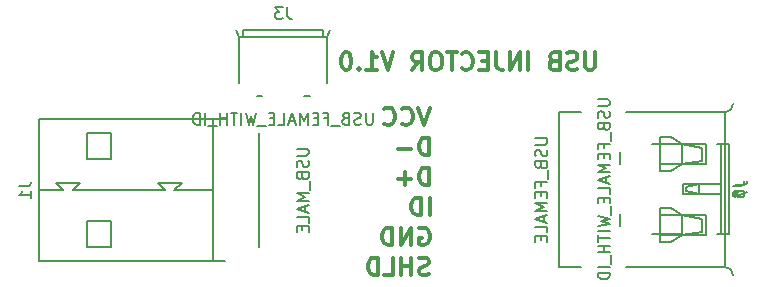
<source format=gbo>
G04 #@! TF.FileFunction,Legend,Bot*
%FSLAX46Y46*%
G04 Gerber Fmt 4.6, Leading zero omitted, Abs format (unit mm)*
G04 Created by KiCad (PCBNEW (2015-01-08 BZR 5360)-product) date 2015-02-07T22:59:37 CET*
%MOMM*%
G01*
G04 APERTURE LIST*
%ADD10C,0.100000*%
%ADD11C,0.300000*%
%ADD12C,0.150000*%
G04 APERTURE END LIST*
D10*
D11*
X92214285Y-61178571D02*
X92214285Y-62392857D01*
X92142857Y-62535714D01*
X92071428Y-62607143D01*
X91928571Y-62678571D01*
X91642857Y-62678571D01*
X91499999Y-62607143D01*
X91428571Y-62535714D01*
X91357142Y-62392857D01*
X91357142Y-61178571D01*
X90714285Y-62607143D02*
X90499999Y-62678571D01*
X90142856Y-62678571D01*
X89999999Y-62607143D01*
X89928570Y-62535714D01*
X89857142Y-62392857D01*
X89857142Y-62250000D01*
X89928570Y-62107143D01*
X89999999Y-62035714D01*
X90142856Y-61964286D01*
X90428570Y-61892857D01*
X90571428Y-61821429D01*
X90642856Y-61750000D01*
X90714285Y-61607143D01*
X90714285Y-61464286D01*
X90642856Y-61321429D01*
X90571428Y-61250000D01*
X90428570Y-61178571D01*
X90071428Y-61178571D01*
X89857142Y-61250000D01*
X88714285Y-61892857D02*
X88499999Y-61964286D01*
X88428571Y-62035714D01*
X88357142Y-62178571D01*
X88357142Y-62392857D01*
X88428571Y-62535714D01*
X88499999Y-62607143D01*
X88642857Y-62678571D01*
X89214285Y-62678571D01*
X89214285Y-61178571D01*
X88714285Y-61178571D01*
X88571428Y-61250000D01*
X88499999Y-61321429D01*
X88428571Y-61464286D01*
X88428571Y-61607143D01*
X88499999Y-61750000D01*
X88571428Y-61821429D01*
X88714285Y-61892857D01*
X89214285Y-61892857D01*
X86571428Y-62678571D02*
X86571428Y-61178571D01*
X85857142Y-62678571D02*
X85857142Y-61178571D01*
X84999999Y-62678571D01*
X84999999Y-61178571D01*
X83857142Y-61178571D02*
X83857142Y-62250000D01*
X83928570Y-62464286D01*
X84071427Y-62607143D01*
X84285713Y-62678571D01*
X84428570Y-62678571D01*
X83142856Y-61892857D02*
X82642856Y-61892857D01*
X82428570Y-62678571D02*
X83142856Y-62678571D01*
X83142856Y-61178571D01*
X82428570Y-61178571D01*
X80928570Y-62535714D02*
X80999999Y-62607143D01*
X81214285Y-62678571D01*
X81357142Y-62678571D01*
X81571427Y-62607143D01*
X81714285Y-62464286D01*
X81785713Y-62321429D01*
X81857142Y-62035714D01*
X81857142Y-61821429D01*
X81785713Y-61535714D01*
X81714285Y-61392857D01*
X81571427Y-61250000D01*
X81357142Y-61178571D01*
X81214285Y-61178571D01*
X80999999Y-61250000D01*
X80928570Y-61321429D01*
X80499999Y-61178571D02*
X79642856Y-61178571D01*
X80071427Y-62678571D02*
X80071427Y-61178571D01*
X78857142Y-61178571D02*
X78571428Y-61178571D01*
X78428570Y-61250000D01*
X78285713Y-61392857D01*
X78214285Y-61678571D01*
X78214285Y-62178571D01*
X78285713Y-62464286D01*
X78428570Y-62607143D01*
X78571428Y-62678571D01*
X78857142Y-62678571D01*
X78999999Y-62607143D01*
X79142856Y-62464286D01*
X79214285Y-62178571D01*
X79214285Y-61678571D01*
X79142856Y-61392857D01*
X78999999Y-61250000D01*
X78857142Y-61178571D01*
X76714284Y-62678571D02*
X77214284Y-61964286D01*
X77571427Y-62678571D02*
X77571427Y-61178571D01*
X76999999Y-61178571D01*
X76857141Y-61250000D01*
X76785713Y-61321429D01*
X76714284Y-61464286D01*
X76714284Y-61678571D01*
X76785713Y-61821429D01*
X76857141Y-61892857D01*
X76999999Y-61964286D01*
X77571427Y-61964286D01*
X75142856Y-61178571D02*
X74642856Y-62678571D01*
X74142856Y-61178571D01*
X72857142Y-62678571D02*
X73714285Y-62678571D01*
X73285713Y-62678571D02*
X73285713Y-61178571D01*
X73428570Y-61392857D01*
X73571428Y-61535714D01*
X73714285Y-61607143D01*
X72214285Y-62535714D02*
X72142857Y-62607143D01*
X72214285Y-62678571D01*
X72285714Y-62607143D01*
X72214285Y-62535714D01*
X72214285Y-62678571D01*
X71214285Y-61178571D02*
X71071428Y-61178571D01*
X70928571Y-61250000D01*
X70857142Y-61321429D01*
X70785713Y-61464286D01*
X70714285Y-61750000D01*
X70714285Y-62107143D01*
X70785713Y-62392857D01*
X70857142Y-62535714D01*
X70928571Y-62607143D01*
X71071428Y-62678571D01*
X71214285Y-62678571D01*
X71357142Y-62607143D01*
X71428571Y-62535714D01*
X71499999Y-62392857D01*
X71571428Y-62107143D01*
X71571428Y-61750000D01*
X71499999Y-61464286D01*
X71428571Y-61321429D01*
X71357142Y-61250000D01*
X71214285Y-61178571D01*
X78136429Y-79982143D02*
X77922143Y-80053571D01*
X77565000Y-80053571D01*
X77422143Y-79982143D01*
X77350714Y-79910714D01*
X77279286Y-79767857D01*
X77279286Y-79625000D01*
X77350714Y-79482143D01*
X77422143Y-79410714D01*
X77565000Y-79339286D01*
X77850714Y-79267857D01*
X77993572Y-79196429D01*
X78065000Y-79125000D01*
X78136429Y-78982143D01*
X78136429Y-78839286D01*
X78065000Y-78696429D01*
X77993572Y-78625000D01*
X77850714Y-78553571D01*
X77493572Y-78553571D01*
X77279286Y-78625000D01*
X76636429Y-80053571D02*
X76636429Y-78553571D01*
X76636429Y-79267857D02*
X75779286Y-79267857D01*
X75779286Y-80053571D02*
X75779286Y-78553571D01*
X74350714Y-80053571D02*
X75065000Y-80053571D01*
X75065000Y-78553571D01*
X73850714Y-80053571D02*
X73850714Y-78553571D01*
X73493571Y-78553571D01*
X73279286Y-78625000D01*
X73136428Y-78767857D01*
X73065000Y-78910714D01*
X72993571Y-79196429D01*
X72993571Y-79410714D01*
X73065000Y-79696429D01*
X73136428Y-79839286D01*
X73279286Y-79982143D01*
X73493571Y-80053571D01*
X73850714Y-80053571D01*
X77342857Y-76085000D02*
X77485714Y-76013571D01*
X77700000Y-76013571D01*
X77914285Y-76085000D01*
X78057143Y-76227857D01*
X78128571Y-76370714D01*
X78200000Y-76656429D01*
X78200000Y-76870714D01*
X78128571Y-77156429D01*
X78057143Y-77299286D01*
X77914285Y-77442143D01*
X77700000Y-77513571D01*
X77557143Y-77513571D01*
X77342857Y-77442143D01*
X77271428Y-77370714D01*
X77271428Y-76870714D01*
X77557143Y-76870714D01*
X76628571Y-77513571D02*
X76628571Y-76013571D01*
X75771428Y-77513571D01*
X75771428Y-76013571D01*
X75057142Y-77513571D02*
X75057142Y-76013571D01*
X74699999Y-76013571D01*
X74485714Y-76085000D01*
X74342856Y-76227857D01*
X74271428Y-76370714D01*
X74199999Y-76656429D01*
X74199999Y-76870714D01*
X74271428Y-77156429D01*
X74342856Y-77299286D01*
X74485714Y-77442143D01*
X74699999Y-77513571D01*
X75057142Y-77513571D01*
X78220000Y-74973571D02*
X78220000Y-73473571D01*
X77505714Y-74973571D02*
X77505714Y-73473571D01*
X77148571Y-73473571D01*
X76934286Y-73545000D01*
X76791428Y-73687857D01*
X76720000Y-73830714D01*
X76648571Y-74116429D01*
X76648571Y-74330714D01*
X76720000Y-74616429D01*
X76791428Y-74759286D01*
X76934286Y-74902143D01*
X77148571Y-74973571D01*
X77505714Y-74973571D01*
X78156428Y-72433571D02*
X78156428Y-70933571D01*
X77799285Y-70933571D01*
X77585000Y-71005000D01*
X77442142Y-71147857D01*
X77370714Y-71290714D01*
X77299285Y-71576429D01*
X77299285Y-71790714D01*
X77370714Y-72076429D01*
X77442142Y-72219286D01*
X77585000Y-72362143D01*
X77799285Y-72433571D01*
X78156428Y-72433571D01*
X76656428Y-71862143D02*
X75513571Y-71862143D01*
X76085000Y-72433571D02*
X76085000Y-71290714D01*
X78156428Y-69893571D02*
X78156428Y-68393571D01*
X77799285Y-68393571D01*
X77585000Y-68465000D01*
X77442142Y-68607857D01*
X77370714Y-68750714D01*
X77299285Y-69036429D01*
X77299285Y-69250714D01*
X77370714Y-69536429D01*
X77442142Y-69679286D01*
X77585000Y-69822143D01*
X77799285Y-69893571D01*
X78156428Y-69893571D01*
X76656428Y-69322143D02*
X75513571Y-69322143D01*
X78200000Y-65853571D02*
X77700000Y-67353571D01*
X77200000Y-65853571D01*
X75842857Y-67210714D02*
X75914286Y-67282143D01*
X76128572Y-67353571D01*
X76271429Y-67353571D01*
X76485714Y-67282143D01*
X76628572Y-67139286D01*
X76700000Y-66996429D01*
X76771429Y-66710714D01*
X76771429Y-66496429D01*
X76700000Y-66210714D01*
X76628572Y-66067857D01*
X76485714Y-65925000D01*
X76271429Y-65853571D01*
X76128572Y-65853571D01*
X75914286Y-65925000D01*
X75842857Y-65996429D01*
X74342857Y-67210714D02*
X74414286Y-67282143D01*
X74628572Y-67353571D01*
X74771429Y-67353571D01*
X74985714Y-67282143D01*
X75128572Y-67139286D01*
X75200000Y-66996429D01*
X75271429Y-66710714D01*
X75271429Y-66496429D01*
X75200000Y-66210714D01*
X75128572Y-66067857D01*
X74985714Y-65925000D01*
X74771429Y-65853571D01*
X74628572Y-65853571D01*
X74414286Y-65925000D01*
X74342857Y-65996429D01*
D12*
X94800000Y-79350000D02*
X103200000Y-79350000D01*
X89200000Y-79350000D02*
X91000000Y-79350000D01*
X94800000Y-66250000D02*
X103200000Y-66250000D01*
X89200000Y-66250000D02*
X91000000Y-66250000D01*
X101600000Y-76650000D02*
X99650000Y-76650000D01*
X101600000Y-74950000D02*
X101600000Y-76650000D01*
X99600000Y-74950000D02*
X101600000Y-74950000D01*
X99600000Y-74950000D02*
X97700000Y-74950000D01*
X99650000Y-76650000D02*
X97700000Y-76650000D01*
X98650000Y-77250000D02*
X99550000Y-76650000D01*
X97700000Y-77250000D02*
X98650000Y-77250000D01*
X98650000Y-74350000D02*
X99550000Y-74950000D01*
X97700000Y-74350000D02*
X98650000Y-74350000D01*
X97700000Y-77250000D02*
X97700000Y-74350000D01*
X99550000Y-74950000D02*
X99550000Y-76650000D01*
X101300000Y-75250000D02*
X101300000Y-76350000D01*
X101300000Y-76350000D02*
X99550000Y-76650000D01*
X101300000Y-75250000D02*
X99550000Y-74950000D01*
X101300000Y-69250000D02*
X99550000Y-68950000D01*
X101300000Y-70350000D02*
X99550000Y-70650000D01*
X101300000Y-69250000D02*
X101300000Y-70350000D01*
X99550000Y-68950000D02*
X99550000Y-70650000D01*
X97700000Y-71250000D02*
X97700000Y-68350000D01*
X97700000Y-68350000D02*
X98650000Y-68350000D01*
X98650000Y-68350000D02*
X99550000Y-68950000D01*
X97700000Y-71250000D02*
X98650000Y-71250000D01*
X98650000Y-71250000D02*
X99550000Y-70650000D01*
X99650000Y-70650000D02*
X97700000Y-70650000D01*
X99600000Y-68950000D02*
X97700000Y-68950000D01*
X99600000Y-68950000D02*
X101600000Y-68950000D01*
X101600000Y-68950000D02*
X101600000Y-70650000D01*
X101600000Y-70650000D02*
X99650000Y-70650000D01*
X103200000Y-79350000D02*
G75*
G02X103900000Y-80050000I0J-700000D01*
G01*
X103900000Y-65550000D02*
G75*
G02X103200000Y-66250000I-700000J0D01*
G01*
X89200000Y-66250000D02*
X89200000Y-79350000D01*
X103200000Y-79350000D02*
X103200000Y-66250000D01*
X45140000Y-78860000D02*
X59870000Y-78850000D01*
X59890000Y-66850000D02*
X45140000Y-66850000D01*
X59870000Y-66850000D02*
X60900000Y-66850000D01*
X59870000Y-78850000D02*
X60900000Y-78850000D01*
X63780000Y-68000000D02*
X63780000Y-77700000D01*
X49200000Y-68050000D02*
X51200000Y-68050000D01*
X51200000Y-68050000D02*
X51200000Y-70250000D01*
X51200000Y-70250000D02*
X49200000Y-70250000D01*
X49200000Y-70250000D02*
X49200000Y-68050000D01*
X49200000Y-77650000D02*
X51200000Y-77650000D01*
X51200000Y-77650000D02*
X51200000Y-75450000D01*
X51200000Y-75450000D02*
X49200000Y-75450000D01*
X49200000Y-75450000D02*
X49200000Y-77650000D01*
X59800000Y-72850000D02*
X56600000Y-72850000D01*
X56600000Y-72850000D02*
X57200000Y-72250000D01*
X57200000Y-72250000D02*
X55200000Y-72250000D01*
X55200000Y-72250000D02*
X55800000Y-72850000D01*
X55800000Y-72850000D02*
X48000000Y-72850000D01*
X48000000Y-72850000D02*
X48600000Y-72250000D01*
X48600000Y-72250000D02*
X46600000Y-72250000D01*
X46600000Y-72250000D02*
X47200000Y-72850000D01*
X47200000Y-72850000D02*
X45200000Y-72850000D01*
X59870000Y-78850000D02*
X59870000Y-66850000D01*
X45140000Y-66850000D02*
X45140000Y-78850000D01*
X99550000Y-68900000D02*
X97050000Y-68900000D01*
X103550000Y-68900000D02*
X102550000Y-68900000D01*
X102550000Y-76600000D02*
X103550000Y-76600000D01*
X97050000Y-76600000D02*
X99550000Y-76600000D01*
X94300000Y-74850000D02*
X94300000Y-75900000D01*
X94300000Y-69600000D02*
X94300000Y-70650000D01*
X101000000Y-73150000D02*
X99900000Y-72950000D01*
X99900000Y-72950000D02*
X99900000Y-72550000D01*
X99900000Y-72550000D02*
X101000000Y-72300000D01*
X101000000Y-72300000D02*
X101000000Y-73200000D01*
X102850000Y-72300000D02*
X99650000Y-72300000D01*
X99650000Y-72300000D02*
X99650000Y-73200000D01*
X99650000Y-73200000D02*
X102850000Y-73200000D01*
X102850000Y-68900000D02*
X102850000Y-76600000D01*
X103550000Y-76600000D02*
X103550000Y-68900000D01*
X69500000Y-59900000D02*
X69500000Y-63800000D01*
X62100000Y-63800000D02*
X62100000Y-59900000D01*
X64050000Y-64900000D02*
X63550000Y-64900000D01*
X68050000Y-64900000D02*
X67550000Y-64900000D01*
X69200000Y-59300000D02*
X62400000Y-59300000D01*
X62400000Y-59300000D02*
X62400000Y-59900000D01*
X69200000Y-59300000D02*
X69200000Y-59900000D01*
X69500000Y-59900000D02*
X69800000Y-59300000D01*
X62100000Y-59900000D02*
X61800000Y-59300000D01*
X69500000Y-59900000D02*
X62100000Y-59900000D01*
X103852381Y-72466667D02*
X104566667Y-72466667D01*
X104709524Y-72419047D01*
X104804762Y-72323809D01*
X104852381Y-72180952D01*
X104852381Y-72085714D01*
X103852381Y-73371429D02*
X103852381Y-73180952D01*
X103900000Y-73085714D01*
X103947619Y-73038095D01*
X104090476Y-72942857D01*
X104280952Y-72895238D01*
X104661905Y-72895238D01*
X104757143Y-72942857D01*
X104804762Y-72990476D01*
X104852381Y-73085714D01*
X104852381Y-73276191D01*
X104804762Y-73371429D01*
X104757143Y-73419048D01*
X104661905Y-73466667D01*
X104423810Y-73466667D01*
X104328571Y-73419048D01*
X104280952Y-73371429D01*
X104233333Y-73276191D01*
X104233333Y-73085714D01*
X104280952Y-72990476D01*
X104328571Y-72942857D01*
X104423810Y-72895238D01*
X87152381Y-68419047D02*
X87961905Y-68419047D01*
X88057143Y-68466666D01*
X88104762Y-68514285D01*
X88152381Y-68609523D01*
X88152381Y-68800000D01*
X88104762Y-68895238D01*
X88057143Y-68942857D01*
X87961905Y-68990476D01*
X87152381Y-68990476D01*
X88104762Y-69419047D02*
X88152381Y-69561904D01*
X88152381Y-69800000D01*
X88104762Y-69895238D01*
X88057143Y-69942857D01*
X87961905Y-69990476D01*
X87866667Y-69990476D01*
X87771429Y-69942857D01*
X87723810Y-69895238D01*
X87676190Y-69800000D01*
X87628571Y-69609523D01*
X87580952Y-69514285D01*
X87533333Y-69466666D01*
X87438095Y-69419047D01*
X87342857Y-69419047D01*
X87247619Y-69466666D01*
X87200000Y-69514285D01*
X87152381Y-69609523D01*
X87152381Y-69847619D01*
X87200000Y-69990476D01*
X87628571Y-70752381D02*
X87676190Y-70895238D01*
X87723810Y-70942857D01*
X87819048Y-70990476D01*
X87961905Y-70990476D01*
X88057143Y-70942857D01*
X88104762Y-70895238D01*
X88152381Y-70800000D01*
X88152381Y-70419047D01*
X87152381Y-70419047D01*
X87152381Y-70752381D01*
X87200000Y-70847619D01*
X87247619Y-70895238D01*
X87342857Y-70942857D01*
X87438095Y-70942857D01*
X87533333Y-70895238D01*
X87580952Y-70847619D01*
X87628571Y-70752381D01*
X87628571Y-70419047D01*
X88247619Y-71180952D02*
X88247619Y-71942857D01*
X87628571Y-72514286D02*
X87628571Y-72180952D01*
X88152381Y-72180952D02*
X87152381Y-72180952D01*
X87152381Y-72657143D01*
X87628571Y-73038095D02*
X87628571Y-73371429D01*
X88152381Y-73514286D02*
X88152381Y-73038095D01*
X87152381Y-73038095D01*
X87152381Y-73514286D01*
X88152381Y-73942857D02*
X87152381Y-73942857D01*
X87866667Y-74276191D01*
X87152381Y-74609524D01*
X88152381Y-74609524D01*
X87866667Y-75038095D02*
X87866667Y-75514286D01*
X88152381Y-74942857D02*
X87152381Y-75276190D01*
X88152381Y-75609524D01*
X88152381Y-76419048D02*
X88152381Y-75942857D01*
X87152381Y-75942857D01*
X87628571Y-76752381D02*
X87628571Y-77085715D01*
X88152381Y-77228572D02*
X88152381Y-76752381D01*
X87152381Y-76752381D01*
X87152381Y-77228572D01*
X43452381Y-72516667D02*
X44166667Y-72516667D01*
X44309524Y-72469047D01*
X44404762Y-72373809D01*
X44452381Y-72230952D01*
X44452381Y-72135714D01*
X44452381Y-73516667D02*
X44452381Y-72945238D01*
X44452381Y-73230952D02*
X43452381Y-73230952D01*
X43595238Y-73135714D01*
X43690476Y-73040476D01*
X43738095Y-72945238D01*
X66952381Y-69350000D02*
X67761905Y-69350000D01*
X67857143Y-69397619D01*
X67904762Y-69445238D01*
X67952381Y-69540476D01*
X67952381Y-69730953D01*
X67904762Y-69826191D01*
X67857143Y-69873810D01*
X67761905Y-69921429D01*
X66952381Y-69921429D01*
X67904762Y-70350000D02*
X67952381Y-70492857D01*
X67952381Y-70730953D01*
X67904762Y-70826191D01*
X67857143Y-70873810D01*
X67761905Y-70921429D01*
X67666667Y-70921429D01*
X67571429Y-70873810D01*
X67523810Y-70826191D01*
X67476190Y-70730953D01*
X67428571Y-70540476D01*
X67380952Y-70445238D01*
X67333333Y-70397619D01*
X67238095Y-70350000D01*
X67142857Y-70350000D01*
X67047619Y-70397619D01*
X67000000Y-70445238D01*
X66952381Y-70540476D01*
X66952381Y-70778572D01*
X67000000Y-70921429D01*
X67428571Y-71683334D02*
X67476190Y-71826191D01*
X67523810Y-71873810D01*
X67619048Y-71921429D01*
X67761905Y-71921429D01*
X67857143Y-71873810D01*
X67904762Y-71826191D01*
X67952381Y-71730953D01*
X67952381Y-71350000D01*
X66952381Y-71350000D01*
X66952381Y-71683334D01*
X67000000Y-71778572D01*
X67047619Y-71826191D01*
X67142857Y-71873810D01*
X67238095Y-71873810D01*
X67333333Y-71826191D01*
X67380952Y-71778572D01*
X67428571Y-71683334D01*
X67428571Y-71350000D01*
X68047619Y-72111905D02*
X68047619Y-72873810D01*
X67952381Y-73111905D02*
X66952381Y-73111905D01*
X67666667Y-73445239D01*
X66952381Y-73778572D01*
X67952381Y-73778572D01*
X67666667Y-74207143D02*
X67666667Y-74683334D01*
X67952381Y-74111905D02*
X66952381Y-74445238D01*
X67952381Y-74778572D01*
X67952381Y-75588096D02*
X67952381Y-75111905D01*
X66952381Y-75111905D01*
X67428571Y-75921429D02*
X67428571Y-76254763D01*
X67952381Y-76397620D02*
X67952381Y-75921429D01*
X66952381Y-75921429D01*
X66952381Y-76397620D01*
X104102381Y-72416667D02*
X104816667Y-72416667D01*
X104959524Y-72369047D01*
X105054762Y-72273809D01*
X105102381Y-72130952D01*
X105102381Y-72035714D01*
X104102381Y-72797619D02*
X104102381Y-73464286D01*
X105102381Y-73035714D01*
X92452381Y-65154762D02*
X93261905Y-65154762D01*
X93357143Y-65202381D01*
X93404762Y-65250000D01*
X93452381Y-65345238D01*
X93452381Y-65535715D01*
X93404762Y-65630953D01*
X93357143Y-65678572D01*
X93261905Y-65726191D01*
X92452381Y-65726191D01*
X93404762Y-66154762D02*
X93452381Y-66297619D01*
X93452381Y-66535715D01*
X93404762Y-66630953D01*
X93357143Y-66678572D01*
X93261905Y-66726191D01*
X93166667Y-66726191D01*
X93071429Y-66678572D01*
X93023810Y-66630953D01*
X92976190Y-66535715D01*
X92928571Y-66345238D01*
X92880952Y-66250000D01*
X92833333Y-66202381D01*
X92738095Y-66154762D01*
X92642857Y-66154762D01*
X92547619Y-66202381D01*
X92500000Y-66250000D01*
X92452381Y-66345238D01*
X92452381Y-66583334D01*
X92500000Y-66726191D01*
X92928571Y-67488096D02*
X92976190Y-67630953D01*
X93023810Y-67678572D01*
X93119048Y-67726191D01*
X93261905Y-67726191D01*
X93357143Y-67678572D01*
X93404762Y-67630953D01*
X93452381Y-67535715D01*
X93452381Y-67154762D01*
X92452381Y-67154762D01*
X92452381Y-67488096D01*
X92500000Y-67583334D01*
X92547619Y-67630953D01*
X92642857Y-67678572D01*
X92738095Y-67678572D01*
X92833333Y-67630953D01*
X92880952Y-67583334D01*
X92928571Y-67488096D01*
X92928571Y-67154762D01*
X93547619Y-67916667D02*
X93547619Y-68678572D01*
X92928571Y-69250001D02*
X92928571Y-68916667D01*
X93452381Y-68916667D02*
X92452381Y-68916667D01*
X92452381Y-69392858D01*
X92928571Y-69773810D02*
X92928571Y-70107144D01*
X93452381Y-70250001D02*
X93452381Y-69773810D01*
X92452381Y-69773810D01*
X92452381Y-70250001D01*
X93452381Y-70678572D02*
X92452381Y-70678572D01*
X93166667Y-71011906D01*
X92452381Y-71345239D01*
X93452381Y-71345239D01*
X93166667Y-71773810D02*
X93166667Y-72250001D01*
X93452381Y-71678572D02*
X92452381Y-72011905D01*
X93452381Y-72345239D01*
X93452381Y-73154763D02*
X93452381Y-72678572D01*
X92452381Y-72678572D01*
X92928571Y-73488096D02*
X92928571Y-73821430D01*
X93452381Y-73964287D02*
X93452381Y-73488096D01*
X92452381Y-73488096D01*
X92452381Y-73964287D01*
X93547619Y-74154763D02*
X93547619Y-74916668D01*
X92452381Y-75059525D02*
X93452381Y-75297620D01*
X92738095Y-75488097D01*
X93452381Y-75678573D01*
X92452381Y-75916668D01*
X93452381Y-76297620D02*
X92452381Y-76297620D01*
X92452381Y-76630953D02*
X92452381Y-77202382D01*
X93452381Y-76916667D02*
X92452381Y-76916667D01*
X93452381Y-77535715D02*
X92452381Y-77535715D01*
X92928571Y-77535715D02*
X92928571Y-78107144D01*
X93452381Y-78107144D02*
X92452381Y-78107144D01*
X93547619Y-78345239D02*
X93547619Y-79107144D01*
X93452381Y-79345239D02*
X92452381Y-79345239D01*
X93452381Y-79821429D02*
X92452381Y-79821429D01*
X92452381Y-80059524D01*
X92500000Y-80202382D01*
X92595238Y-80297620D01*
X92690476Y-80345239D01*
X92880952Y-80392858D01*
X93023810Y-80392858D01*
X93214286Y-80345239D01*
X93309524Y-80297620D01*
X93404762Y-80202382D01*
X93452381Y-80059524D01*
X93452381Y-79821429D01*
X66133333Y-57352381D02*
X66133333Y-58066667D01*
X66180953Y-58209524D01*
X66276191Y-58304762D01*
X66419048Y-58352381D01*
X66514286Y-58352381D01*
X65752381Y-57352381D02*
X65133333Y-57352381D01*
X65466667Y-57733333D01*
X65323809Y-57733333D01*
X65228571Y-57780952D01*
X65180952Y-57828571D01*
X65133333Y-57923810D01*
X65133333Y-58161905D01*
X65180952Y-58257143D01*
X65228571Y-58304762D01*
X65323809Y-58352381D01*
X65609524Y-58352381D01*
X65704762Y-58304762D01*
X65752381Y-58257143D01*
X73395238Y-66302381D02*
X73395238Y-67111905D01*
X73347619Y-67207143D01*
X73300000Y-67254762D01*
X73204762Y-67302381D01*
X73014285Y-67302381D01*
X72919047Y-67254762D01*
X72871428Y-67207143D01*
X72823809Y-67111905D01*
X72823809Y-66302381D01*
X72395238Y-67254762D02*
X72252381Y-67302381D01*
X72014285Y-67302381D01*
X71919047Y-67254762D01*
X71871428Y-67207143D01*
X71823809Y-67111905D01*
X71823809Y-67016667D01*
X71871428Y-66921429D01*
X71919047Y-66873810D01*
X72014285Y-66826190D01*
X72204762Y-66778571D01*
X72300000Y-66730952D01*
X72347619Y-66683333D01*
X72395238Y-66588095D01*
X72395238Y-66492857D01*
X72347619Y-66397619D01*
X72300000Y-66350000D01*
X72204762Y-66302381D01*
X71966666Y-66302381D01*
X71823809Y-66350000D01*
X71061904Y-66778571D02*
X70919047Y-66826190D01*
X70871428Y-66873810D01*
X70823809Y-66969048D01*
X70823809Y-67111905D01*
X70871428Y-67207143D01*
X70919047Y-67254762D01*
X71014285Y-67302381D01*
X71395238Y-67302381D01*
X71395238Y-66302381D01*
X71061904Y-66302381D01*
X70966666Y-66350000D01*
X70919047Y-66397619D01*
X70871428Y-66492857D01*
X70871428Y-66588095D01*
X70919047Y-66683333D01*
X70966666Y-66730952D01*
X71061904Y-66778571D01*
X71395238Y-66778571D01*
X70633333Y-67397619D02*
X69871428Y-67397619D01*
X69299999Y-66778571D02*
X69633333Y-66778571D01*
X69633333Y-67302381D02*
X69633333Y-66302381D01*
X69157142Y-66302381D01*
X68776190Y-66778571D02*
X68442856Y-66778571D01*
X68299999Y-67302381D02*
X68776190Y-67302381D01*
X68776190Y-66302381D01*
X68299999Y-66302381D01*
X67871428Y-67302381D02*
X67871428Y-66302381D01*
X67538094Y-67016667D01*
X67204761Y-66302381D01*
X67204761Y-67302381D01*
X66776190Y-67016667D02*
X66299999Y-67016667D01*
X66871428Y-67302381D02*
X66538095Y-66302381D01*
X66204761Y-67302381D01*
X65395237Y-67302381D02*
X65871428Y-67302381D01*
X65871428Y-66302381D01*
X65061904Y-66778571D02*
X64728570Y-66778571D01*
X64585713Y-67302381D02*
X65061904Y-67302381D01*
X65061904Y-66302381D01*
X64585713Y-66302381D01*
X64395237Y-67397619D02*
X63633332Y-67397619D01*
X63490475Y-66302381D02*
X63252380Y-67302381D01*
X63061903Y-66588095D01*
X62871427Y-67302381D01*
X62633332Y-66302381D01*
X62252380Y-67302381D02*
X62252380Y-66302381D01*
X61919047Y-66302381D02*
X61347618Y-66302381D01*
X61633333Y-67302381D02*
X61633333Y-66302381D01*
X61014285Y-67302381D02*
X61014285Y-66302381D01*
X61014285Y-66778571D02*
X60442856Y-66778571D01*
X60442856Y-67302381D02*
X60442856Y-66302381D01*
X60204761Y-67397619D02*
X59442856Y-67397619D01*
X59204761Y-67302381D02*
X59204761Y-66302381D01*
X58728571Y-67302381D02*
X58728571Y-66302381D01*
X58490476Y-66302381D01*
X58347618Y-66350000D01*
X58252380Y-66445238D01*
X58204761Y-66540476D01*
X58157142Y-66730952D01*
X58157142Y-66873810D01*
X58204761Y-67064286D01*
X58252380Y-67159524D01*
X58347618Y-67254762D01*
X58490476Y-67302381D01*
X58728571Y-67302381D01*
M02*

</source>
